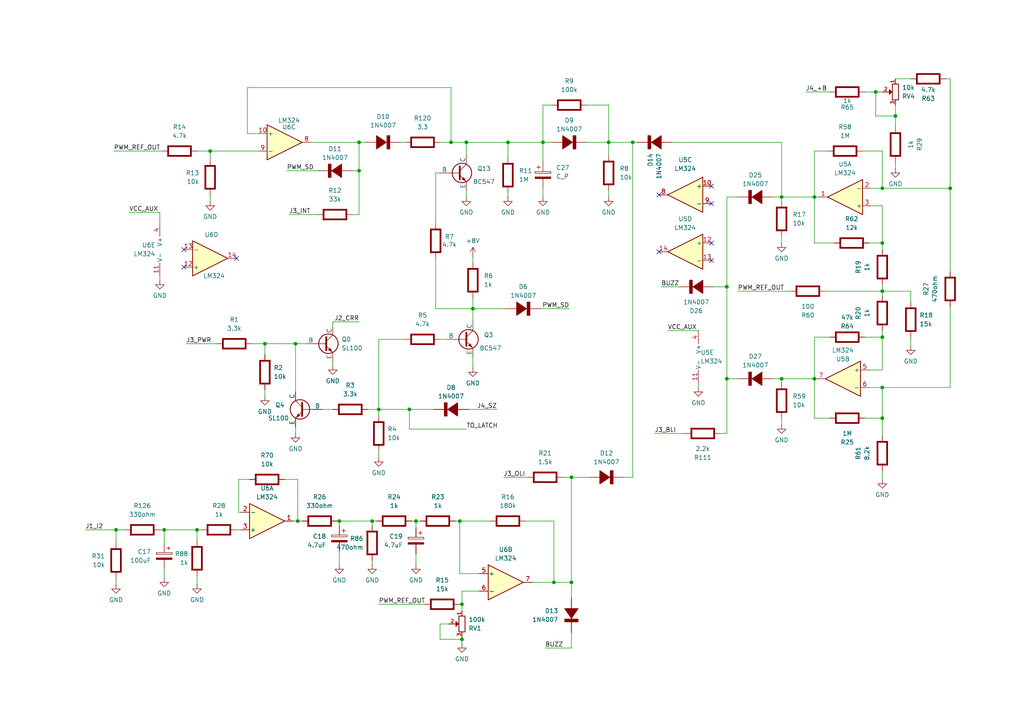
<source format=kicad_sch>
(kicad_sch (version 20250114) (generator "eeschema") (generator_version "9.0")
  (paper "A4")
  (lib_symbols
    (symbol "Amplifier_Operational:LM324" (pin_names (offset 0.127))
      (property "Reference" "U" (at 0 5.08 0))
      (property "Value" "LM324" (at 0 -5.08 0))
      (symbol "LM324_1_1"
        (polyline (pts (xy -5.08 5.08) (xy 5.08 0) (xy -5.08 -5.08) (xy -5.08 5.08)) (stroke (width 0.254)) (fill (type background)))
        (pin input line (at -7.62 2.54 0) (length 2.54) (name "+") (number "3"))
        (pin input line (at -7.62 -2.54 0) (length 2.54) (name "-") (number "2"))
        (pin output line (at 7.62 0 180) (length 2.54) (name "~") (number "1"))
      )
      (symbol "LM324_2_1"
        (polyline (pts (xy -5.08 5.08) (xy 5.08 0) (xy -5.08 -5.08) (xy -5.08 5.08)) (stroke (width 0.254)) (fill (type background)))
        (pin input line (at -7.62 2.54 0) (length 2.54) (name "+") (number "5"))
        (pin input line (at -7.62 -2.54 0) (length 2.54) (name "-") (number "6"))
        (pin output line (at 7.62 0 180) (length 2.54) (name "~") (number "7"))
      )
      (symbol "LM324_3_1"
        (polyline (pts (xy -5.08 5.08) (xy 5.08 0) (xy -5.08 -5.08) (xy -5.08 5.08)) (stroke (width 0.254)) (fill (type background)))
        (pin input line (at -7.62 2.54 0) (length 2.54) (name "+") (number "10"))
        (pin input line (at -7.62 -2.54 0) (length 2.54) (name "-") (number "9"))
        (pin output line (at 7.62 0 180) (length 2.54) (name "~") (number "8"))
      )
      (symbol "LM324_4_1"
        (polyline (pts (xy -5.08 5.08) (xy 5.08 0) (xy -5.08 -5.08) (xy -5.08 5.08)) (stroke (width 0.254)) (fill (type background)))
        (pin input line (at -7.62 2.54 0) (length 2.54) (name "+") (number "12"))
        (pin input line (at -7.62 -2.54 0) (length 2.54) (name "-") (number "13"))
        (pin output line (at 7.62 0 180) (length 2.54) (name "~") (number "14"))
      )
      (symbol "LM324_5_1"
        (pin power_in line (at -2.54 7.62 270) (length 3.81) (name "V+") (number "4"))
        (pin power_in line (at -2.54 -7.62 90) (length 3.81) (name "V-") (number "11"))
      )
    )
    (symbol "Device:C_Polarized" (pin_numbers (hide yes)) (pin_names (offset 0.254))
      (property "Reference" "C" (at 0.635 2.54 0))
      (property "Value" "C_Polarized" (at 0.635 -2.54 0))
      (symbol "C_Polarized_0_1"
        (rectangle (start -2.286 0.508) (end 2.286 1.016))
        (polyline (pts (xy -1.778 2.286) (xy -0.762 2.286)))
        (polyline (pts (xy -1.27 2.794) (xy -1.27 1.778)))
        (rectangle (start 2.286 -0.508) (end -2.286 -1.016) (fill (type outline)))
      )
      (symbol "C_Polarized_1_1"
        (pin passive line (at 0 3.81 270) (length 2.794) (name "~") (number "1"))
        (pin passive line (at 0 -3.81 90) (length 2.794) (name "~") (number "2"))
      )
    )
    (symbol "PCM_Elektuur:D" (pin_numbers (hide yes)) (pin_names (offset 0) (hide yes))
      (property "Reference" "D" (at 0.635 3.175 0))
      (property "Value" "${SIM.PARAMS}" (at 0.635 -3.175 0))
      (symbol "D_1_0"
        (pin passive line (at 0 5.08 270) (length 3.175) (name "A+") (number "2"))
        (pin passive line (at 0 -5.08 90) (length 3.175) (name "K-") (number "1"))
      )
      (symbol "D_1_1"
        (polyline (pts (xy -1.905 -1.905) (xy 1.905 -1.905) (xy 1.905 -1.143) (xy 0 -1.143) (xy 0 -0.889) (xy 1.905 1.905) (xy -1.905 1.905) (xy 0 -0.889) (xy 0 -1.143) (xy -1.905 -1.143) (xy -1.905 -1.905)) (stroke (width 0.254)) (fill (type outline)))
      )
      (symbol "D_1_2"
        (polyline (pts (xy -0.127 -1.905) (xy 1.905 -1.905) (xy 1.905 -1.143) (xy 0 -1.143) (xy 0 -0.889) (xy 1.905 1.905) (xy -0.0254 1.905) (xy -0.9652 0.5334) (xy 0 -0.889) (xy 0 -1.143) (xy -0.127 -1.143) (xy -0.127 -1.905)) (stroke (width 0.254)) (fill (type outline)))
      )
    )
    (symbol "PCM_Elektuur:R" (pin_numbers (hide yes)) (pin_names (offset 0) (hide yes))
      (property "Reference" "R" (at 2.54 3.175 0))
      (property "Value" "R" (at 0 0 90))
      (symbol "R_1_1"
        (polyline (pts (xy -1.524 -3.429) (xy 1.524 -3.429) (xy 1.524 3.429) (xy -1.524 3.429) (xy -1.524 -3.429) (xy -1.27 -3.175) (xy -1.27 3.175) (xy 1.27 3.175) (xy 1.27 -3.175) (xy -1.27 -3.175) (xy -1.524 -3.429)) (stroke (width 0.254)) (fill (type outline)))
        (pin passive line (at 0 5.08 270) (length 1.651) (name "+") (number "1"))
        (pin passive line (at 0 -5.08 90) (length 1.651) (name "-") (number "2"))
      )
      (symbol "R_1_2"
        (polyline (pts (xy -0.508 -3.429) (xy 1.524 -3.429) (xy 1.524 3.429) (xy -0.508 3.429) (xy -0.508 3.175) (xy 1.27 3.175) (xy 1.27 -3.175) (xy -0.508 -3.175) (xy -0.508 -3.429)) (stroke (width 0.254)) (fill (type outline)))
        (pin passive line (at 0 5.08 270) (length 1.651) (name "+") (number "1"))
        (pin passive line (at 0 -5.08 90) (length 1.651) (name "-") (number "2"))
      )
      (symbol "R_1_3"
        (polyline (pts (xy 0 3.4798) (xy 0 3.2004) (xy 0.7112 2.794) (xy -1.1938 1.6764) (xy 0.7112 0.5588) (xy -1.1938 -0.5588) (xy 0.7112 -1.6764) (xy -1.1938 -2.794) (xy 0 -3.4798) (xy 0 -3.2004) (xy -0.7112 -2.794) (xy 1.1938 -1.6764) (xy -0.7112 -0.5588) (xy 1.1938 0.5588) (xy -0.7112 1.6764) (xy 1.1938 2.794) (xy 0 3.4798)) (stroke (width 0.254)) (fill (type outline)))
        (pin passive line (at 0 5.08 270) (length 1.6002) (name "+") (number "1"))
        (pin passive line (at 0 -5.08 90) (length 1.6002) (name "-") (number "2"))
      )
      (symbol "R_1_4"
        (polyline (pts (xy 0 4.5466) (xy 0 4.2672) (xy 0.0508 4.2418) (xy 1.016 3.683) (xy -1.524 2.2098) (xy 1.016 0.7366) (xy -1.524 -0.7366) (xy 1.016 -2.2098) (xy -1.524 -3.683) (xy -0.0762 -4.5212) (xy 0 -4.5466) (xy 0 -4.2672) (xy -0.0508 -4.2418) (xy -1.016 -3.683) (xy 1.524 -2.2098) (xy -1.016 -0.7366) (xy 1.524 0.7366) (xy -1.016 2.2098) (xy 1.524 3.683) (xy 0.0762 4.5212) (xy 0 4.5466)) (stroke (width 0.254)) (fill (type outline)))
        (pin passive line (at 0 5.08 270) (length 0.5334) (name "+") (number "1"))
        (pin passive line (at 0 -5.08 90) (length 0.5334) (name "-") (number "2"))
      )
    )
    (symbol "PCM_SL_Devices:potentiometer_RM065"
      (property "Reference" "RV" (at 0 -2.032 0))
      (property "Value" "potentiometer_RM065" (at 0 -3.81 0))
      (symbol "potentiometer_RM065_0_1"
        (rectangle (start -2.286 0.889) (end 2.286 -0.889) (stroke (width 0.24)))
        (polyline (pts (xy 0 1.016) (xy 0.762 1.778) (xy -0.762 1.778) (xy 0 1.016)) (fill (type outline)))
      )
      (symbol "potentiometer_RM065_1_1"
        (pin passive line (at -3.81 0 0) (length 1.5) (name "~") (number "1"))
        (pin passive line (at 0 3.81 270) (length 2) (name "~") (number "2"))
        (pin passive line (at 3.81 0 180) (length 1.5) (name "~") (number "3"))
      )
    )
    (symbol "Simulation_SPICE:NPN" (pin_numbers (hide yes)) (pin_names (offset 0))
      (property "Reference" "Q" (at -2.54 7.62 0))
      (property "Value" "NPN" (at -2.54 5.08 0))
      (symbol "NPN_0_1"
        (polyline (pts (xy -2.54 0) (xy 0.635 0)) (stroke (width 0.1524)))
        (polyline (pts (xy 0.635 1.905) (xy 0.635 -1.905) (xy 0.635 -1.905)) (stroke (width 0.508)))
        (polyline (pts (xy 0.635 0.635) (xy 2.54 2.54)))
        (polyline (pts (xy 0.635 -0.635) (xy 2.54 -2.54) (xy 2.54 -2.54)))
        (circle (center 1.27 0) (radius 2.8194) (stroke (width 0.254)))
        (polyline (pts (xy 1.27 -1.778) (xy 1.778 -1.27) (xy 2.286 -2.286) (xy 1.27 -1.778) (xy 1.27 -1.778)) (fill (type outline)))
        (polyline (pts (xy 2.794 -1.27) (xy 2.794 -1.27)) (stroke (width 0.1524)))
        (polyline (pts (xy 2.794 -1.27) (xy 2.794 -1.27)) (stroke (width 0.1524)))
      )
      (symbol "NPN_1_1"
        (pin input line (at -5.08 0 0) (length 2.54) (name "B") (number "2"))
        (pin open_collector line (at 2.54 5.08 270) (length 2.54) (name "C") (number "1"))
        (pin open_emitter line (at 2.54 -5.08 90) (length 2.54) (name "E") (number "3"))
      )
    )
    (symbol "power:+8V" (power) (pin_numbers (hide yes)) (pin_names (offset 0) (hide yes))
      (property "Value" "+8V" (at 0 3.556 0))
      (symbol "+8V_0_1"
        (polyline (pts (xy -0.762 1.27) (xy 0 2.54)))
        (polyline (pts (xy 0 2.54) (xy 0.762 1.27)))
        (polyline (pts (xy 0 0) (xy 0 2.54)))
      )
      (symbol "+8V_1_1"
        (pin power_in line (at 0 0 90) (length 0) (name "~") (number "1"))
      )
    )
    (symbol "power:GND" (power) (pin_numbers (hide yes)) (pin_names (offset 0) (hide yes))
      (property "Value" "GND" (at 0 -3.81 0))
      (symbol "GND_0_1"
        (polyline (pts (xy 0 0) (xy 0 -1.27) (xy 1.27 -1.27) (xy 0 -2.54) (xy -1.27 -1.27) (xy 0 -1.27)))
      )
      (symbol "GND_1_1"
        (pin power_in line (at 0 0 270) (length 0) (name "~") (number "1"))
      )
    )
  )
  (junction (at 104.14 41.275))
  (junction (at 255.905 84.455))
  (junction (at 226.695 109.855))
  (junction (at 255.905 121.285))
  (junction (at 259.715 33.655))
  (junction (at 107.95 151.13))
  (junction (at 176.53 41.275))
  (junction (at 133.35 151.13))
  (junction (at 160.655 168.91))
  (junction (at 76.835 99.695))
  (junction (at 165.735 138.43))
  (junction (at 98.425 151.13))
  (junction (at 85.725 99.695))
  (junction (at 255.905 112.395))
  (junction (at 47.625 153.67))
  (junction (at 133.985 185.42))
  (junction (at 255.905 70.485))
  (junction (at 135.255 41.275))
  (junction (at 60.96 43.815))
  (junction (at 133.985 175.26))
  (junction (at 33.655 153.67))
  (junction (at 210.82 83.185))
  (junction (at 104.14 49.53))
  (junction (at 137.16 89.535))
  (junction (at 275.59 54.61))
  (junction (at 183.515 41.275))
  (junction (at 226.695 57.15))
  (junction (at 120.65 151.13))
  (junction (at 236.22 109.855))
  (junction (at 57.15 153.67))
  (junction (at 255.905 97.79))
  (junction (at 147.32 41.275))
  (junction (at 254 26.67))
  (junction (at 157.48 41.275))
  (junction (at 236.22 57.15))
  (junction (at 130.81 41.275))
  (junction (at 210.82 109.855))
  (junction (at 109.855 118.745))
  (junction (at 86.36 151.13))
  (junction (at 255.905 54.61))
  (junction (at 118.745 118.745))
  (junction (at 165.735 168.91))
  (no_connect (at 206.375 70.485))
  (no_connect (at 206.375 75.565))
  (no_connect (at 206.375 53.975))
  (no_connect (at 191.135 73.025))
  (no_connect (at 53.34 77.47))
  (no_connect (at 206.375 59.055))
  (no_connect (at 53.34 72.39))
  (no_connect (at 68.58 74.93))
  (no_connect (at 191.135 56.515))
  (wire (pts (xy 226.695 109.855) (xy 226.695 111.125)))
  (wire (pts (xy 147.32 55.88) (xy 147.32 57.15)))
  (wire (pts (xy 135.255 41.275) (xy 135.255 45.085)))
  (wire (pts (xy 176.53 30.48) (xy 176.53 41.275)))
  (wire (pts (xy 165.735 138.43) (xy 163.195 138.43)))
  (wire (pts (xy 133.35 151.13) (xy 133.35 166.37)))
  (wire (pts (xy 133.985 185.42) (xy 133.985 186.69)))
  (wire (pts (xy 126.365 74.93) (xy 126.365 89.535)))
  (wire (pts (xy 226.695 57.15) (xy 226.695 58.42)))
  (wire (pts (xy 239.395 84.455) (xy 255.905 84.455)))
  (wire (pts (xy 33.655 153.67) (xy 24.765 153.67)))
  (wire (pts (xy 240.665 97.79) (xy 236.22 97.79)))
  (wire (pts (xy 176.53 55.245) (xy 176.53 57.15)))
  (wire (pts (xy 62.865 99.695) (xy 53.975 99.695)))
  (wire (pts (xy 109.855 120.65) (xy 109.855 118.745)))
  (wire (pts (xy 275.59 88.9) (xy 275.59 112.395)))
  (wire (pts (xy 86.36 151.13) (xy 85.09 151.13)))
  (wire (pts (xy 107.95 152.4) (xy 107.95 151.13)))
  (wire (pts (xy 255.905 70.485) (xy 255.905 72.39)))
  (wire (pts (xy 259.715 46.99) (xy 259.715 48.895)))
  (wire (pts (xy 183.515 41.275) (xy 183.515 138.43)))
  (wire (pts (xy 120.65 160.655) (xy 120.65 163.83)))
  (wire (pts (xy 104.14 93.345) (xy 96.52 93.345)))
  (wire (pts (xy 252.095 70.485) (xy 255.905 70.485)))
  (wire (pts (xy 85.725 99.695) (xy 76.835 99.695)))
  (wire (pts (xy 133.985 175.26) (xy 133.985 177.165)))
  (wire (pts (xy 98.425 151.13) (xy 98.425 152.4)))
  (wire (pts (xy 69.85 153.67) (xy 68.58 153.67)))
  (wire (pts (xy 120.65 151.13) (xy 120.65 153.035)))
  (wire (pts (xy 133.985 175.26) (xy 133.985 171.45)))
  (wire (pts (xy 157.48 41.275) (xy 160.02 41.275)))
  (wire (pts (xy 87.63 151.13) (xy 86.36 151.13)))
  (wire (pts (xy 88.9 99.695) (xy 85.725 99.695)))
  (wire (pts (xy 255.905 54.61) (xy 255.905 43.815)))
  (wire (pts (xy 236.22 97.79) (xy 236.22 109.855)))
  (wire (pts (xy 46.355 80.01) (xy 46.355 81.28)))
  (wire (pts (xy 96.52 93.345) (xy 96.52 94.615)))
  (wire (pts (xy 135.89 118.745) (xy 144.145 118.745)))
  (wire (pts (xy 236.22 70.485) (xy 236.22 57.15)))
  (wire (pts (xy 69.215 148.59) (xy 69.85 148.59)))
  (wire (pts (xy 72.39 139.065) (xy 69.215 139.065)))
  (wire (pts (xy 60.96 43.815) (xy 60.96 46.355)))
  (wire (pts (xy 74.93 38.735) (xy 71.755 38.735)))
  (wire (pts (xy 102.235 62.23) (xy 104.14 62.23)))
  (wire (pts (xy 254 26.67) (xy 255.905 26.67)))
  (wire (pts (xy 255.905 107.315) (xy 255.905 97.79)))
  (wire (pts (xy 226.695 57.15) (xy 236.22 57.15)))
  (wire (pts (xy 46.355 61.595) (xy 37.465 61.595)))
  (wire (pts (xy 132.08 151.13) (xy 133.35 151.13)))
  (wire (pts (xy 157.48 46.99) (xy 157.48 41.275)))
  (wire (pts (xy 107.95 162.56) (xy 107.95 163.83)))
  (wire (pts (xy 274.32 22.86) (xy 275.59 22.86)))
  (wire (pts (xy 275.59 22.86) (xy 275.59 54.61)))
  (wire (pts (xy 82.55 139.065) (xy 86.36 139.065)))
  (wire (pts (xy 165.735 183.515) (xy 165.735 187.96)))
  (wire (pts (xy 170.815 138.43) (xy 165.735 138.43)))
  (wire (pts (xy 147.32 41.275) (xy 147.32 45.72)))
  (wire (pts (xy 76.835 99.695) (xy 73.025 99.695)))
  (wire (pts (xy 259.715 33.655) (xy 259.715 36.83)))
  (wire (pts (xy 240.665 121.285) (xy 236.22 121.285)))
  (wire (pts (xy 130.81 41.275) (xy 135.255 41.275)))
  (wire (pts (xy 117.475 98.425) (xy 109.855 98.425)))
  (wire (pts (xy 57.15 156.845) (xy 57.15 153.67)))
  (wire (pts (xy 180.975 138.43) (xy 183.515 138.43)))
  (wire (pts (xy 33.655 157.48) (xy 33.655 153.67)))
  (wire (pts (xy 135.255 55.245) (xy 135.255 57.15)))
  (wire (pts (xy 170.18 41.275) (xy 176.53 41.275)))
  (wire (pts (xy 226.695 109.855) (xy 236.22 109.855)))
  (wire (pts (xy 104.14 41.275) (xy 106.045 41.275)))
  (wire (pts (xy 275.59 54.61) (xy 255.905 54.61)))
  (wire (pts (xy 127.635 185.42) (xy 133.985 185.42)))
  (wire (pts (xy 176.53 45.085) (xy 176.53 41.275)))
  (wire (pts (xy 157.48 30.48) (xy 157.48 41.275)))
  (wire (pts (xy 213.995 57.15) (xy 210.82 57.15)))
  (wire (pts (xy 60.96 56.515) (xy 60.96 58.42)))
  (wire (pts (xy 255.905 59.69) (xy 252.73 59.69)))
  (wire (pts (xy 98.425 151.13) (xy 97.79 151.13)))
  (wire (pts (xy 76.835 99.695) (xy 76.835 102.87)))
  (wire (pts (xy 130.175 180.975) (xy 127.635 180.975)))
  (wire (pts (xy 85.725 99.695) (xy 85.725 113.665)))
  (wire (pts (xy 252.095 107.315) (xy 255.905 107.315)))
  (wire (pts (xy 275.59 112.395) (xy 255.905 112.395)))
  (wire (pts (xy 133.985 185.42) (xy 133.985 184.785)))
  (wire (pts (xy 255.905 112.395) (xy 252.095 112.395)))
  (wire (pts (xy 137.16 89.535) (xy 146.685 89.535)))
  (wire (pts (xy 125.73 118.745) (xy 118.745 118.745)))
  (wire (pts (xy 252.73 54.61) (xy 255.905 54.61)))
  (wire (pts (xy 259.715 30.48) (xy 259.715 33.655)))
  (wire (pts (xy 250.19 43.815) (xy 255.905 43.815)))
  (wire (pts (xy 137.16 86.36) (xy 137.16 89.535)))
  (wire (pts (xy 137.16 103.505) (xy 137.16 106.68)))
  (wire (pts (xy 126.365 89.535) (xy 137.16 89.535)))
  (wire (pts (xy 107.95 151.13) (xy 109.22 151.13)))
  (wire (pts (xy 236.22 43.815) (xy 236.22 57.15)))
  (wire (pts (xy 120.65 151.13) (xy 119.38 151.13)))
  (wire (pts (xy 196.85 83.185) (xy 191.77 83.185)))
  (wire (pts (xy 183.515 41.275) (xy 176.53 41.275)))
  (wire (pts (xy 165.735 168.91) (xy 165.735 173.355)))
  (wire (pts (xy 236.22 109.855) (xy 236.22 121.285)))
  (wire (pts (xy 236.22 43.815) (xy 240.03 43.815)))
  (wire (pts (xy 165.735 187.96) (xy 158.115 187.96)))
  (wire (pts (xy 92.075 62.23) (xy 83.82 62.23)))
  (wire (pts (xy 255.905 70.485) (xy 255.905 59.69)))
  (wire (pts (xy 255.905 84.455) (xy 255.905 85.725)))
  (wire (pts (xy 127.635 180.975) (xy 127.635 185.42)))
  (wire (pts (xy 126.365 64.77) (xy 126.365 50.165)))
  (wire (pts (xy 250.825 97.79) (xy 255.905 97.79)))
  (wire (pts (xy 76.835 113.03) (xy 76.835 114.935)))
  (wire (pts (xy 33.655 167.64) (xy 33.655 169.545)))
  (wire (pts (xy 240.665 26.67) (xy 233.68 26.67)))
  (wire (pts (xy 160.655 168.91) (xy 154.305 168.91)))
  (wire (pts (xy 241.935 70.485) (xy 236.22 70.485)))
  (wire (pts (xy 250.825 121.285) (xy 255.905 121.285)))
  (wire (pts (xy 47.625 165.1) (xy 47.625 167.64)))
  (wire (pts (xy 137.16 89.535) (xy 137.16 93.345)))
  (wire (pts (xy 127.635 98.425) (xy 129.54 98.425)))
  (wire (pts (xy 57.15 153.67) (xy 58.42 153.67)))
  (wire (pts (xy 69.215 139.065) (xy 69.215 148.59)))
  (wire (pts (xy 264.16 97.79) (xy 264.16 100.33)))
  (wire (pts (xy 183.515 41.275) (xy 184.785 41.275)))
  (wire (pts (xy 226.695 68.58) (xy 226.695 70.485)))
  (wire (pts (xy 118.745 118.745) (xy 118.745 124.46)))
  (wire (pts (xy 207.01 83.185) (xy 210.82 83.185)))
  (wire (pts (xy 202.565 111.125) (xy 202.565 112.395)))
  (wire (pts (xy 71.755 38.735) (xy 71.755 25.4)))
  (wire (pts (xy 259.715 22.86) (xy 264.16 22.86)))
  (wire (pts (xy 133.35 166.37) (xy 139.065 166.37)))
  (wire (pts (xy 123.19 175.26) (xy 109.855 175.26)))
  (wire (pts (xy 165.735 168.91) (xy 160.655 168.91)))
  (wire (pts (xy 92.075 49.53) (xy 83.185 49.53)))
  (wire (pts (xy 85.725 123.825) (xy 85.725 125.73)))
  (wire (pts (xy 137.16 74.295) (xy 137.16 76.2)))
  (wire (pts (xy 33.02 43.815) (xy 46.99 43.815)))
  (wire (pts (xy 147.32 41.275) (xy 157.48 41.275)))
  (wire (pts (xy 259.715 33.655) (xy 254 33.655)))
  (wire (pts (xy 160.02 30.48) (xy 157.48 30.48)))
  (wire (pts (xy 98.425 151.13) (xy 107.95 151.13)))
  (wire (pts (xy 213.995 109.855) (xy 210.82 109.855)))
  (wire (pts (xy 142.24 151.13) (xy 133.35 151.13)))
  (wire (pts (xy 130.81 25.4) (xy 130.81 41.275)))
  (wire (pts (xy 109.855 118.745) (xy 106.68 118.745)))
  (wire (pts (xy 210.82 83.185) (xy 210.82 109.855)))
  (wire (pts (xy 157.48 54.61) (xy 157.48 57.15)))
  (wire (pts (xy 210.82 125.73) (xy 210.82 109.855)))
  (wire (pts (xy 109.855 130.81) (xy 109.855 132.715)))
  (wire (pts (xy 47.625 153.67) (xy 57.15 153.67)))
  (wire (pts (xy 254 33.655) (xy 254 26.67)))
  (wire (pts (xy 57.15 167.005) (xy 57.15 169.545)))
  (wire (pts (xy 255.905 121.285) (xy 255.905 126.365)))
  (wire (pts (xy 86.36 139.065) (xy 86.36 151.13)))
  (wire (pts (xy 60.96 43.815) (xy 57.15 43.815)))
  (wire (pts (xy 133.985 175.26) (xy 133.35 175.26)))
  (wire (pts (xy 170.18 30.48) (xy 176.53 30.48)))
  (wire (pts (xy 109.855 118.745) (xy 118.745 118.745)))
  (wire (pts (xy 226.695 41.275) (xy 226.695 57.15)))
  (wire (pts (xy 109.855 98.425) (xy 109.855 118.745)))
  (wire (pts (xy 160.655 151.13) (xy 160.655 168.91)))
  (wire (pts (xy 46.355 64.77) (xy 46.355 61.595)))
  (wire (pts (xy 104.14 62.23) (xy 104.14 49.53)))
  (wire (pts (xy 210.82 57.15) (xy 210.82 83.185)))
  (wire (pts (xy 104.14 49.53) (xy 104.14 41.275)))
  (wire (pts (xy 189.865 125.73) (xy 198.755 125.73)))
  (wire (pts (xy 224.155 109.855) (xy 226.695 109.855)))
  (wire (pts (xy 156.845 89.535) (xy 165.1 89.535)))
  (wire (pts (xy 71.755 25.4) (xy 130.81 25.4)))
  (wire (pts (xy 74.93 43.815) (xy 60.96 43.815)))
  (wire (pts (xy 254 26.67) (xy 250.825 26.67)))
  (wire (pts (xy 135.255 41.275) (xy 147.32 41.275)))
  (wire (pts (xy 47.625 153.67) (xy 46.355 153.67)))
  (wire (pts (xy 213.995 84.455) (xy 229.235 84.455)))
  (wire (pts (xy 153.035 138.43) (xy 146.05 138.43)))
  (wire (pts (xy 127.635 41.275) (xy 130.81 41.275)))
  (wire (pts (xy 93.345 118.745) (xy 96.52 118.745)))
  (wire (pts (xy 133.985 171.45) (xy 139.065 171.45)))
  (wire (pts (xy 255.905 112.395) (xy 255.905 121.285)))
  (wire (pts (xy 226.695 121.285) (xy 226.695 123.19)))
  (wire (pts (xy 104.14 41.275) (xy 90.17 41.275)))
  (wire (pts (xy 126.365 50.165) (xy 127.635 50.165)))
  (wire (pts (xy 224.155 57.15) (xy 226.695 57.15)))
  (wire (pts (xy 236.22 109.855) (xy 236.855 109.855)))
  (wire (pts (xy 33.655 153.67) (xy 36.195 153.67)))
  (wire (pts (xy 47.625 157.48) (xy 47.625 153.67)))
  (wire (pts (xy 255.905 136.525) (xy 255.905 139.065)))
  (wire (pts (xy 152.4 151.13) (xy 160.655 151.13)))
  (wire (pts (xy 96.52 104.775) (xy 96.52 106.045)))
  (wire (pts (xy 194.945 41.275) (xy 226.695 41.275)))
  (wire (pts (xy 118.745 124.46) (xy 135.255 124.46)))
  (wire (pts (xy 165.735 138.43) (xy 165.735 168.91)))
  (wire (pts (xy 193.675 95.885) (xy 202.565 95.885)))
  (wire (pts (xy 117.475 41.275) (xy 116.205 41.275)))
  (wire (pts (xy 264.16 84.455) (xy 255.905 84.455)))
  (wire (pts (xy 255.905 82.55) (xy 255.905 84.455)))
  (wire (pts (xy 275.59 78.74) (xy 275.59 54.61)))
  (wire (pts (xy 208.915 125.73) (xy 210.82 125.73)))
  (wire (pts (xy 236.22 57.15) (xy 237.49 57.15)))
  (wire (pts (xy 104.14 49.53) (xy 102.235 49.53)))
  (wire (pts (xy 255.905 95.885) (xy 255.905 97.79)))
  (wire (pts (xy 98.425 160.02) (xy 98.425 163.83)))
  (wire (pts (xy 121.92 151.13) (xy 120.65 151.13)))
  (wire (pts (xy 264.16 84.455) (xy 264.16 87.63)))
  (label "J2_CRR" (at 104.14 93.345 180))
  (label "J3_PWR" (at 53.975 99.695 0))
  (label "J1_I2" (at 24.765 153.67 0))
  (label "BUZZ" (at 191.77 83.185 0))
  (label "BUZZ" (at 158.115 187.96 0))
  (label "TO_LATCH" (at 135.255 124.46 0))
  (label "PWM_REF_OUT" (at 33.02 43.815 0))
  (label "PWM_REF_OUT" (at 213.995 84.455 0))
  (label "J3_BLI" (at 189.865 125.73 0))
  (label "J3_OLI" (at 146.05 138.43 0))
  (label "J4_SZ" (at 144.145 118.745 180))
  (label "J4_+B" (at 233.68 26.67 0))
  (label "VCC_AUX" (at 193.675 95.885 0))
  (label "J3_INT" (at 83.82 62.23 0))
  (label "PWM_REF_OUT" (at 109.855 175.26 0))
  (label "VCC_AUX" (at 37.465 61.595 0))
  (label "PWM_SD" (at 165.1 89.535 180))
  (label "PWM_SD" (at 83.185 49.53 0))
  (symbol (lib_id "PCM_Elektuur:R") (at 176.53 50.165 180) (unit 1)
    (property "Reference" "R8" (at 179.705 48.8949 0) (effects (justify right)))
    (property "Value" "10k" (at 179.705 51.4349 0) (effects (justify right)))
    (property "Description" "resistor" (effects (hide yes)))
    (property "Indicator" "+" (effects (hide yes)))
    (property "Rating" "W" (effects (hide yes)))
  )
  (symbol (lib_id "Amplifier_Operational:LM324") (at 245.11 57.15 180) (unit 1)
    (property "Reference" "U5" (at 245.11 47.625 0))
    (property "Value" "LM324" (at 245.11 50.165 0))
    (property "Datasheet" "http://www.ti.com/lit/ds/symlink/lm2902-n.pdf" (effects (hide yes)))
    (property "Description" "Low-Power, Quad-Operational Amplifiers, DIP-14/SOIC-14/SSOP-14" (effects (hide yes)))
  )
  (symbol (lib_id "Simulation_SPICE:NPN") (at 132.715 50.165 0) (unit 1)
    (property "Reference" "Q13" (at 138.43 48.8949 0) (effects (justify left)))
    (property "Value" "BC547" (at 137.16 52.705 0) (effects (justify left)))
    (property "Datasheet" "https://ngspice.sourceforge.io/docs/ngspice-html-manual/manual.xhtml#cha_BJTs" (effects (hide yes)))
    (property "Description" "Bipolar transistor symbol for simulation only, substrate tied to the emitter" (effects (hide yes)))
    (property "Sim.Device" "NPN" (effects (hide yes)))
    (property "Sim.Type" "GUMMELPOON" (effects (hide yes)))
    (property "Sim.Pins" "1=C 2=B 3=E" (effects (hide yes)))
  )
  (symbol (lib_id "PCM_Elektuur:R") (at 109.855 125.73 180) (unit 1)
    (property "Reference" "R4" (at 112.395 124.4599 0) (effects (justify right)))
    (property "Value" "10k" (at 112.395 126.9999 0) (effects (justify right)))
    (property "Description" "resistor" (effects (hide yes)))
    (property "Indicator" "+" (effects (hide yes)))
    (property "Rating" "W" (effects (hide yes)))
  )
  (symbol (lib_id "power:GND") (at 255.905 139.065 0) (mirror y) (unit 1)
    (property "Reference" "#PWR054" (effects (hide yes)))
    (property "Value" "GND" (at 255.905 143.51 0))
    (property "Description" "Power symbol creates a global label with name \"GND\" , ground" (effects (hide yes)))
  )
  (symbol (lib_id "power:GND") (at 47.625 167.64 0) (mirror y) (unit 1)
    (property "Reference" "#PWR026" (effects (hide yes)))
    (property "Value" "GND" (at 47.625 172.085 0))
    (property "Description" "Power symbol creates a global label with name \"GND\" , ground" (effects (hide yes)))
  )
  (symbol (lib_id "Simulation_SPICE:NPN") (at 134.62 98.425 0) (unit 1)
    (property "Reference" "Q3" (at 140.335 97.1549 0) (effects (justify left)))
    (property "Value" "BC547" (at 139.065 100.965 0) (effects (justify left)))
    (property "Datasheet" "https://ngspice.sourceforge.io/docs/ngspice-html-manual/manual.xhtml#cha_BJTs" (effects (hide yes)))
    (property "Description" "Bipolar transistor symbol for simulation only, substrate tied to the emitter" (effects (hide yes)))
    (property "Sim.Device" "NPN" (effects (hide yes)))
    (property "Sim.Type" "GUMMELPOON" (effects (hide yes)))
    (property "Sim.Pins" "1=C 2=B 3=E" (effects (hide yes)))
  )
  (symbol (lib_id "PCM_Elektuur:D") (at 189.865 41.275 270) (mirror x) (unit 1)
    (property "Reference" "D14" (at 188.5949 44.45 0) (effects (justify right)))
    (property "Value" "1N4007" (at 191.1349 44.45 0) (effects (justify right)))
    (property "Description" "semiconductor diode" (effects (hide yes)))
    (property "Sim.Pins" "2=1 1=2" (effects (hide yes)))
    (property "Sim.Device" "SPICE" (effects (hide yes)))
    (property "Sim.Params" "type=\"\" model=\"D\" lib=\"semiconductor.lib\"" (effects (hide yes)))
    (property "Rating" "V/A" (effects (hide yes)))
  )
  (symbol (lib_id "PCM_SL_Devices:potentiometer_RM065") (at 259.715 26.67 90) (mirror x) (unit 1)
    (property "Reference" "RV4" (at 261.62 27.9401 90) (effects (justify right)))
    (property "Value" "10k" (at 261.62 25.4001 90) (effects (justify right)))
    (property "Footprint" "PCM_SL_Devices:Potentiometer_RM065" (effects (hide yes)))
    (property "Description" "potentiometer RM065" (effects (hide yes)))
  )
  (symbol (lib_id "Amplifier_Operational:LM324") (at 198.755 56.515 0) (mirror y) (unit 3)
    (property "Reference" "U5" (at 198.755 46.355 0))
    (property "Value" "LM324" (at 198.755 48.895 0))
    (property "Datasheet" "http://www.ti.com/lit/ds/symlink/lm2902-n.pdf" (effects (hide yes)))
    (property "Description" "Low-Power, Quad-Operational Amplifiers, DIP-14/SOIC-14/SSOP-14" (effects (hide yes)))
  )
  (symbol (lib_id "power:GND") (at 60.96 58.42 0) (mirror y) (unit 1)
    (property "Reference" "#PWR018" (effects (hide yes)))
    (property "Value" "GND" (at 60.96 62.865 0))
    (property "Description" "Power symbol creates a global label with name \"GND\" , ground" (effects (hide yes)))
  )
  (symbol (lib_id "power:GND") (at 264.16 100.33 0) (unit 1)
    (property "Reference" "#PWR020" (effects (hide yes)))
    (property "Value" "GND" (at 264.16 104.775 0))
    (property "Description" "Power symbol creates a global label with name \"GND\" , ground" (effects (hide yes)))
  )
  (symbol (lib_id "PCM_Elektuur:R") (at 97.155 62.23 270) (mirror x) (unit 1)
    (property "Reference" "R12" (at 97.155 55.245 90))
    (property "Value" "33k" (at 97.155 57.785 90))
    (property "Description" "resistor" (effects (hide yes)))
    (property "Indicator" "+" (effects (hide yes)))
    (property "Rating" "W" (effects (hide yes)))
  )
  (symbol (lib_id "power:GND") (at 46.355 81.28 0) (mirror y) (unit 1)
    (property "Reference" "#PWR013" (effects (hide yes)))
    (property "Value" "GND" (at 46.355 85.725 0))
    (property "Description" "Power symbol creates a global label with name \"GND\" , ground" (effects (hide yes)))
  )
  (symbol (lib_id "PCM_Elektuur:R") (at 147.32 50.8 180) (unit 1)
    (property "Reference" "R11" (at 150.495 49.5299 0) (effects (justify right)))
    (property "Value" "1M" (at 150.495 52.0699 0) (effects (justify right)))
    (property "Description" "resistor" (effects (hide yes)))
    (property "Indicator" "+" (effects (hide yes)))
    (property "Rating" "W" (effects (hide yes)))
  )
  (symbol (lib_id "PCM_Elektuur:D") (at 165.735 178.435 0) (unit 1)
    (property "Reference" "D13" (at 161.925 177.1649 0) (effects (justify right)))
    (property "Value" "1N4007" (at 161.925 179.7049 0) (effects (justify right)))
    (property "Description" "semiconductor diode" (effects (hide yes)))
    (property "Sim.Pins" "2=1 1=2" (effects (hide yes)))
    (property "Sim.Device" "SPICE" (effects (hide yes)))
    (property "Sim.Params" "type=\"\" model=\"D\" lib=\"semiconductor.lib\"" (effects (hide yes)))
    (property "Rating" "V/A" (effects (hide yes)))
  )
  (symbol (lib_id "PCM_Elektuur:R") (at 137.16 81.28 180) (unit 1)
    (property "Reference" "R6" (at 140.335 80.0099 0) (effects (justify right)))
    (property "Value" "1k" (at 140.335 82.5499 0) (effects (justify right)))
    (property "Description" "resistor" (effects (hide yes)))
    (property "Indicator" "+" (effects (hide yes)))
    (property "Rating" "W" (effects (hide yes)))
  )
  (symbol (lib_id "Amplifier_Operational:LM324") (at 60.96 74.93 0) (mirror x) (unit 4)
    (property "Reference" "U6" (at 61.341 68.072 0))
    (property "Value" "LM324" (at 62.103 80.01 0))
    (property "Datasheet" "http://www.ti.com/lit/ds/symlink/lm2902-n.pdf" (effects (hide yes)))
    (property "Description" "Low-Power, Quad-Operational Amplifiers, DIP-14/SOIC-14/SSOP-14" (effects (hide yes)))
  )
  (symbol (lib_id "PCM_SL_Devices:potentiometer_RM065") (at 133.985 180.975 90) (mirror x) (unit 1)
    (property "Reference" "RV1" (at 135.89 182.2451 90) (effects (justify right)))
    (property "Value" "100k" (at 135.89 179.7051 90) (effects (justify right)))
    (property "Footprint" "PCM_SL_Devices:Potentiometer_RM065" (effects (hide yes)))
    (property "Description" "potentiometer RM065" (effects (hide yes)))
  )
  (symbol (lib_id "power:GND") (at 147.32 57.15 0) (unit 1)
    (property "Reference" "#PWR017" (effects (hide yes)))
    (property "Value" "GND" (at 147.32 61.595 0))
    (property "Description" "Power symbol creates a global label with name \"GND\" , ground" (effects (hide yes)))
  )
  (symbol (lib_id "PCM_Elektuur:R") (at 259.715 41.91 0) (unit 1)
    (property "Reference" "R29" (at 266.7 41.91 90))
    (property "Value" "1k" (at 264.16 41.91 90))
    (property "Description" "resistor" (effects (hide yes)))
    (property "Indicator" "+" (effects (hide yes)))
    (property "Rating" "W" (effects (hide yes)))
  )
  (symbol (lib_id "Simulation_SPICE:NPN") (at 88.265 118.745 0) (mirror y) (unit 1)
    (property "Reference" "Q4" (at 82.55 117.4749 0) (effects (justify left)))
    (property "Value" "SL100" (at 83.82 121.285 0) (effects (justify left)))
    (property "Datasheet" "https://ngspice.sourceforge.io/docs/ngspice-html-manual/manual.xhtml#cha_BJTs" (effects (hide yes)))
    (property "Description" "Bipolar transistor symbol for simulation only, substrate tied to the emitter" (effects (hide yes)))
    (property "Sim.Device" "NPN" (effects (hide yes)))
    (property "Sim.Type" "GUMMELPOON" (effects (hide yes)))
    (property "Sim.Pins" "1=C 2=B 3=E" (effects (hide yes)))
  )
  (symbol (lib_id "PCM_Elektuur:R") (at 128.27 175.26 90) (unit 1)
    (property "Reference" "R15" (at 128.27 168.275 90))
    (property "Value" "15k" (at 128.27 170.815 90))
    (property "Description" "resistor" (effects (hide yes)))
    (property "Indicator" "+" (effects (hide yes)))
    (property "Rating" "W" (effects (hide yes)))
  )
  (symbol (lib_id "PCM_Elektuur:R") (at 57.15 161.925 0) (mirror x) (unit 1)
    (property "Reference" "R88" (at 54.61 160.6549 0) (effects (justify right)))
    (property "Value" "1k" (at 54.61 163.1949 0) (effects (justify right)))
    (property "Description" "resistor" (effects (hide yes)))
    (property "Indicator" "+" (effects (hide yes)))
    (property "Rating" "W" (effects (hide yes)))
  )
  (symbol (lib_id "PCM_Elektuur:D") (at 201.93 83.185 270) (mirror x) (unit 1)
    (property "Reference" "D26" (at 201.93 90.17 90))
    (property "Value" "1N4007" (at 201.93 87.63 90))
    (property "Description" "semiconductor diode" (effects (hide yes)))
    (property "Sim.Pins" "2=1 1=2" (effects (hide yes)))
    (property "Sim.Device" "SPICE" (effects (hide yes)))
    (property "Sim.Params" "type=\"\" model=\"D\" lib=\"semiconductor.lib\"" (effects (hide yes)))
    (property "Rating" "V/A" (effects (hide yes)))
  )
  (symbol (lib_id "PCM_Elektuur:R") (at 264.16 92.71 180) (unit 1)
    (property "Reference" "R18" (at 266.7 91.4399 0) (effects (justify right)))
    (property "Value" "15k" (at 266.7 93.9799 0) (effects (justify right)))
    (property "Description" "resistor" (effects (hide yes)))
    (property "Indicator" "+" (effects (hide yes)))
    (property "Rating" "W" (effects (hide yes)))
  )
  (symbol (lib_id "PCM_Elektuur:R") (at 245.745 26.67 270) (mirror x) (unit 1)
    (property "Reference" "R65" (at 245.745 31.115 90))
    (property "Value" "1k" (at 245.745 29.21 90))
    (property "Description" "resistor" (effects (hide yes)))
    (property "Indicator" "+" (effects (hide yes)))
    (property "Rating" "W" (effects (hide yes)))
  )
  (symbol (lib_id "power:GND") (at 133.985 186.69 0) (unit 1)
    (property "Reference" "#PWR019" (effects (hide yes)))
    (property "Value" "GND" (at 133.985 191.135 0))
    (property "Description" "Power symbol creates a global label with name \"GND\" , ground" (effects (hide yes)))
  )
  (symbol (lib_id "Device:C_Polarized") (at 47.625 161.29 0) (mirror y) (unit 1)
    (property "Reference" "C17" (at 43.815 160.02 0) (effects (justify left)))
    (property "Value" "100uF" (at 43.815 162.56 0) (effects (justify left)))
    (property "Description" "Polarized capacitor" (effects (hide yes)))
  )
  (symbol (lib_id "PCM_Elektuur:R") (at 275.59 83.82 180) (unit 1)
    (property "Reference" "R27" (at 268.605 83.82 90))
    (property "Value" "470ohm" (at 271.145 83.82 90))
    (property "Description" "resistor" (effects (hide yes)))
    (property "Indicator" "+" (effects (hide yes)))
    (property "Rating" "W" (effects (hide yes)))
  )
  (symbol (lib_id "Device:C_Polarized") (at 157.48 50.8 0) (unit 1)
    (property "Reference" "C27" (at 161.29 48.6409 0) (effects (justify left)))
    (property "Value" "C_P" (at 161.29 51.1809 0) (effects (justify left)))
    (property "Description" "Polarized capacitor" (effects (hide yes)))
  )
  (symbol (lib_id "Device:C_Polarized") (at 120.65 156.845 0) (mirror y) (unit 1)
    (property "Reference" "C19" (at 116.84 155.575 0) (effects (justify left)))
    (property "Value" "4.7uF" (at 116.84 158.115 0) (effects (justify left)))
    (property "Description" "Polarized capacitor" (effects (hide yes)))
  )
  (symbol (lib_id "power:GND") (at 33.655 169.545 0) (mirror y) (unit 1)
    (property "Reference" "#PWR027" (effects (hide yes)))
    (property "Value" "GND" (at 33.655 173.99 0))
    (property "Description" "Power symbol creates a global label with name \"GND\" , ground" (effects (hide yes)))
  )
  (symbol (lib_id "power:GND") (at 109.855 132.715 0) (unit 1)
    (property "Reference" "#PWR08" (effects (hide yes)))
    (property "Value" "GND" (at 109.855 137.16 0))
    (property "Description" "Power symbol creates a global label with name \"GND\" , ground" (effects (hide yes)))
  )
  (symbol (lib_id "PCM_Elektuur:R") (at 245.745 121.285 270) (unit 1)
    (property "Reference" "R25" (at 245.745 128.27 90))
    (property "Value" "1M" (at 245.745 125.73 90))
    (property "Description" "resistor" (effects (hide yes)))
    (property "Indicator" "+" (effects (hide yes)))
    (property "Rating" "W" (effects (hide yes)))
  )
  (symbol (lib_id "Amplifier_Operational:LM324") (at 82.55 41.275 0) (unit 3)
    (property "Reference" "U6" (at 83.82 36.83 0))
    (property "Value" "LM324" (at 83.82 34.925 0))
    (property "Datasheet" "http://www.ti.com/lit/ds/symlink/lm2902-n.pdf" (effects (hide yes)))
    (property "Description" "Low-Power, Quad-Operational Amplifiers, DIP-14/SOIC-14/SSOP-14" (effects (hide yes)))
  )
  (symbol (lib_id "power:GND") (at 226.695 123.19 0) (unit 1)
    (property "Reference" "#PWR053" (effects (hide yes)))
    (property "Value" "GND" (at 226.695 127.635 0))
    (property "Description" "Power symbol creates a global label with name \"GND\" , ground" (effects (hide yes)))
  )
  (symbol (lib_id "PCM_Elektuur:R") (at 77.47 139.065 270) (mirror x) (unit 1)
    (property "Reference" "R70" (at 77.47 132.08 90))
    (property "Value" "10k" (at 77.47 134.62 90))
    (property "Description" "resistor" (effects (hide yes)))
    (property "Indicator" "+" (effects (hide yes)))
    (property "Rating" "W" (effects (hide yes)))
  )
  (symbol (lib_id "PCM_Elektuur:D") (at 151.765 89.535 90) (unit 1)
    (property "Reference" "D6" (at 151.765 83.185 90))
    (property "Value" "1N4007" (at 151.765 85.725 90))
    (property "Description" "semiconductor diode" (effects (hide yes)))
    (property "Sim.Pins" "2=1 1=2" (effects (hide yes)))
    (property "Sim.Device" "SPICE" (effects (hide yes)))
    (property "Sim.Params" "type=\"\" model=\"D\" lib=\"semiconductor.lib\"" (effects (hide yes)))
    (property "Rating" "V/A" (effects (hide yes)))
  )
  (symbol (lib_id "PCM_Elektuur:R") (at 147.32 151.13 90) (unit 1)
    (property "Reference" "R16" (at 147.32 144.145 90))
    (property "Value" "180k" (at 147.32 146.685 90))
    (property "Description" "resistor" (effects (hide yes)))
    (property "Indicator" "+" (effects (hide yes)))
    (property "Rating" "W" (effects (hide yes)))
  )
  (symbol (lib_id "PCM_Elektuur:R") (at 203.835 125.73 270) (unit 1)
    (property "Reference" "R111" (at 203.835 132.715 90))
    (property "Value" "2.2k" (at 203.835 130.175 90))
    (property "Description" "resistor" (effects (hide yes)))
    (property "Indicator" "+" (effects (hide yes)))
    (property "Rating" "W" (effects (hide yes)))
  )
  (symbol (lib_id "PCM_Elektuur:R") (at 101.6 118.745 90) (unit 1)
    (property "Reference" "R3" (at 101.6 111.76 90))
    (property "Value" "3.3k" (at 101.6 114.3 90))
    (property "Description" "resistor" (effects (hide yes)))
    (property "Indicator" "+" (effects (hide yes)))
    (property "Rating" "W" (effects (hide yes)))
  )
  (symbol (lib_id "PCM_Elektuur:D") (at 219.075 109.855 270) (mirror x) (unit 1)
    (property "Reference" "D27" (at 219.075 103.3826 90))
    (property "Value" "1N4007" (at 219.075 105.9226 90))
    (property "Description" "semiconductor diode" (effects (hide yes)))
    (property "Sim.Pins" "2=1 1=2" (effects (hide yes)))
    (property "Sim.Device" "SPICE" (effects (hide yes)))
    (property "Sim.Params" "type=\"\" model=\"D\" lib=\"semiconductor.lib\"" (effects (hide yes)))
    (property "Rating" "V/A" (effects (hide yes)))
  )
  (symbol (lib_id "PCM_Elektuur:D") (at 165.1 41.275 90) (unit 1)
    (property "Reference" "D9" (at 165.1 34.925 90))
    (property "Value" "1N4007" (at 165.1 37.465 90))
    (property "Description" "semiconductor diode" (effects (hide yes)))
    (property "Sim.Pins" "2=1 1=2" (effects (hide yes)))
    (property "Sim.Device" "SPICE" (effects (hide yes)))
    (property "Sim.Params" "type=\"\" model=\"D\" lib=\"semiconductor.lib\"" (effects (hide yes)))
    (property "Rating" "V/A" (effects (hide yes)))
  )
  (symbol (lib_id "PCM_Elektuur:R") (at 114.3 151.13 270) (mirror x) (unit 1)
    (property "Reference" "R24" (at 114.3 144.145 90))
    (property "Value" "1k" (at 114.3 146.685 90))
    (property "Description" "resistor" (effects (hide yes)))
    (property "Indicator" "+" (effects (hide yes)))
    (property "Rating" "W" (effects (hide yes)))
  )
  (symbol (lib_id "PCM_Elektuur:R") (at 52.07 43.815 270) (mirror x) (unit 1)
    (property "Reference" "R14" (at 52.07 36.83 90))
    (property "Value" "4.7k" (at 52.07 39.37 90))
    (property "Description" "resistor" (effects (hide yes)))
    (property "Indicator" "+" (effects (hide yes)))
    (property "Rating" "W" (effects (hide yes)))
  )
  (symbol (lib_id "power:GND") (at 96.52 106.045 0) (unit 1)
    (property "Reference" "#PWR05" (effects (hide yes)))
    (property "Value" "GND" (at 96.52 110.49 0))
    (property "Description" "Power symbol creates a global label with name \"GND\" , ground" (effects (hide yes)))
  )
  (symbol (lib_id "power:GND") (at 98.425 163.83 0) (mirror y) (unit 1)
    (property "Reference" "#PWR024" (effects (hide yes)))
    (property "Value" "GND" (at 98.425 168.275 0))
    (property "Description" "Power symbol creates a global label with name \"GND\" , ground" (effects (hide yes)))
  )
  (symbol (lib_id "PCM_Elektuur:R") (at 247.015 70.485 90) (unit 1)
    (property "Reference" "R62" (at 247.015 63.5 90))
    (property "Value" "12k" (at 247.015 66.04 90))
    (property "Description" "resistor" (effects (hide yes)))
    (property "Indicator" "+" (effects (hide yes)))
    (property "Rating" "W" (effects (hide yes)))
  )
  (symbol (lib_id "Amplifier_Operational:LM324") (at 244.475 109.855 0) (mirror y) (unit 2)
    (property "Reference" "U5" (at 244.475 104.14 0))
    (property "Value" "LM324" (at 244.475 101.6 0))
    (property "Datasheet" "http://www.ti.com/lit/ds/symlink/lm2902-n.pdf" (effects (hide yes)))
    (property "Description" "Low-Power, Quad-Operational Amplifiers, DIP-14/SOIC-14/SSOP-14" (effects (hide yes)))
  )
  (symbol (lib_id "Device:C_Polarized") (at 98.425 156.21 0) (mirror y) (unit 1)
    (property "Reference" "C18" (at 94.615 155.575 0) (effects (justify left)))
    (property "Value" "4.7uF" (at 94.615 158.115 0) (effects (justify left)))
    (property "Description" "Polarized capacitor" (effects (hide yes)))
  )
  (symbol (lib_id "Simulation_SPICE:NPN") (at 93.98 99.695 0) (unit 1)
    (property "Reference" "Q0" (at 99.06 98.4249 0) (effects (justify left)))
    (property "Value" "SL100" (at 99.06 100.9649 0) (effects (justify left)))
    (property "Datasheet" "https://ngspice.sourceforge.io/docs/ngspice-html-manual/manual.xhtml#cha_BJTs" (effects (hide yes)))
    (property "Description" "Bipolar transistor symbol for simulation only, substrate tied to the emitter" (effects (hide yes)))
    (property "Sim.Device" "NPN" (effects (hide yes)))
    (property "Sim.Type" "GUMMELPOON" (effects (hide yes)))
    (property "Sim.Pins" "1=C 2=B 3=E" (effects (hide yes)))
  )
  (symbol (lib_id "power:GND") (at 137.16 106.68 0) (unit 1)
    (property "Reference" "#PWR011" (effects (hide yes)))
    (property "Value" "GND" (at 137.16 111.125 0))
    (property "Description" "Power symbol creates a global label with name \"GND\" , ground" (effects (hide yes)))
  )
  (symbol (lib_id "PCM_Elektuur:R") (at 245.11 43.815 90) (unit 1)
    (property "Reference" "R58" (at 245.11 36.83 90))
    (property "Value" "1M" (at 245.11 39.37 90))
    (property "Description" "resistor" (effects (hide yes)))
    (property "Indicator" "+" (effects (hide yes)))
    (property "Rating" "W" (effects (hide yes)))
  )
  (symbol (lib_id "PCM_Elektuur:R") (at 165.1 30.48 90) (unit 1)
    (property "Reference" "R9" (at 165.1 23.495 90))
    (property "Value" "100k" (at 165.1 26.035 90))
    (property "Description" "resistor" (effects (hide yes)))
    (property "Indicator" "+" (effects (hide yes)))
    (property "Rating" "W" (effects (hide yes)))
  )
  (symbol (lib_id "PCM_Elektuur:D") (at 219.075 57.15 270) (mirror x) (unit 1)
    (property "Reference" "D25" (at 219.075 50.8 90))
    (property "Value" "1N4007" (at 219.075 53.34 90))
    (property "Description" "semiconductor diode" (effects (hide yes)))
    (property "Sim.Pins" "2=1 1=2" (effects (hide yes)))
    (property "Sim.Device" "SPICE" (effects (hide yes)))
    (property "Sim.Params" "type=\"\" model=\"D\" lib=\"semiconductor.lib\"" (effects (hide yes)))
    (property "Rating" "V/A" (effects (hide yes)))
  )
  (symbol (lib_id "PCM_Elektuur:R") (at 255.905 77.47 0) (mirror y) (unit 1)
    (property "Reference" "R19" (at 248.92 77.47 90))
    (property "Value" "1k" (at 251.46 77.47 90))
    (property "Description" "resistor" (effects (hide yes)))
    (property "Indicator" "+" (effects (hide yes)))
    (property "Rating" "W" (effects (hide yes)))
  )
  (symbol (lib_id "Amplifier_Operational:LM324") (at 146.685 168.91 0) (unit 2)
    (property "Reference" "U6" (at 146.685 159.385 0))
    (property "Value" "LM324" (at 146.685 161.925 0))
    (property "Datasheet" "http://www.ti.com/lit/ds/symlink/lm2902-n.pdf" (effects (hide yes)))
    (property "Description" "Low-Power, Quad-Operational Amplifiers, DIP-14/SOIC-14/SSOP-14" (effects (hide yes)))
  )
  (symbol (lib_id "Amplifier_Operational:LM324") (at 43.815 72.39 0) (mirror y) (unit 5)
    (property "Reference" "U6" (at 45.085 71.1199 0) (effects (justify left)))
    (property "Value" "LM324" (at 45.085 73.6599 0) (effects (justify left)))
    (property "Datasheet" "http://www.ti.com/lit/ds/symlink/lm2902-n.pdf" (effects (hide yes)))
    (property "Description" "Low-Power, Quad-Operational Amplifiers, DIP-14/SOIC-14/SSOP-14" (effects (hide yes)))
  )
  (symbol (lib_id "power:GND") (at 176.53 57.15 0) (unit 1)
    (property "Reference" "#PWR015" (effects (hide yes)))
    (property "Value" "GND" (at 176.53 61.595 0))
    (property "Description" "Power symbol creates a global label with name \"GND\" , ground" (effects (hide yes)))
  )
  (symbol (lib_id "PCM_Elektuur:D") (at 97.155 49.53 270) (mirror x) (unit 1)
    (property "Reference" "D11" (at 97.155 43.18 90))
    (property "Value" "1N4007" (at 97.155 45.72 90))
    (property "Description" "semiconductor diode" (effects (hide yes)))
    (property "Sim.Pins" "2=1 1=2" (effects (hide yes)))
    (property "Sim.Device" "SPICE" (effects (hide yes)))
    (property "Sim.Params" "type=\"\" model=\"D\" lib=\"semiconductor.lib\"" (effects (hide yes)))
    (property "Rating" "V/A" (effects (hide yes)))
  )
  (symbol (lib_id "PCM_Elektuur:D") (at 111.125 41.275 90) (mirror x) (unit 1)
    (property "Reference" "D10" (at 111.125 33.7985 90))
    (property "Value" "1N4007" (at 111.125 36.3385 90))
    (property "Description" "semiconductor diode" (effects (hide yes)))
    (property "Sim.Pins" "2=1 1=2" (effects (hide yes)))
    (property "Sim.Device" "SPICE" (effects (hide yes)))
    (property "Sim.Params" "type=\"\" model=\"D\" lib=\"semiconductor.lib\"" (effects (hide yes)))
    (property "Rating" "V/A" (effects (hide yes)))
  )
  (symbol (lib_id "PCM_Elektuur:R") (at 76.835 107.95 180) (unit 1)
    (property "Reference" "R2" (at 79.375 106.6799 0) (effects (justify right)))
    (property "Value" "10k" (at 79.375 109.2199 0) (effects (justify right)))
    (property "Description" "resistor" (effects (hide yes)))
    (property "Indicator" "+" (effects (hide yes)))
    (property "Rating" "W" (effects (hide yes)))
  )
  (symbol (lib_id "power:GND") (at 226.695 70.485 0) (unit 1)
    (property "Reference" "#PWR052" (effects (hide yes)))
    (property "Value" "GND" (at 226.695 74.93 0))
    (property "Description" "Power symbol creates a global label with name \"GND\" , ground" (effects (hide yes)))
  )
  (symbol (lib_id "PCM_Elektuur:R") (at 255.905 131.445 0) (mirror y) (unit 1)
    (property "Reference" "R61" (at 248.92 131.445 90))
    (property "Value" "8.2k" (at 251.46 131.445 90))
    (property "Description" "resistor" (effects (hide yes)))
    (property "Indicator" "+" (effects (hide yes)))
    (property "Rating" "W" (effects (hide yes)))
  )
  (symbol (lib_id "power:GND") (at 157.48 57.15 0) (unit 1)
    (property "Reference" "#PWR016" (effects (hide yes)))
    (property "Value" "GND" (at 157.48 61.595 0))
    (property "Description" "Power symbol creates a global label with name \"GND\" , ground" (effects (hide yes)))
  )
  (symbol (lib_id "PCM_Elektuur:R") (at 33.655 162.56 0) (mirror x) (unit 1)
    (property "Reference" "R31" (at 30.48 161.2899 0) (effects (justify right)))
    (property "Value" "10k" (at 30.48 163.8299 0) (effects (justify right)))
    (property "Description" "resistor" (effects (hide yes)))
    (property "Indicator" "+" (effects (hide yes)))
    (property "Rating" "W" (effects (hide yes)))
  )
  (symbol (lib_id "power:GND") (at 135.255 57.15 0) (unit 1)
    (property "Reference" "#PWR014" (effects (hide yes)))
    (property "Value" "GND" (at 135.255 61.595 0))
    (property "Description" "Power symbol creates a global label with name \"GND\" , ground" (effects (hide yes)))
  )
  (symbol (lib_id "PCM_Elektuur:R") (at 255.905 90.805 0) (mirror y) (unit 1)
    (property "Reference" "R20" (at 248.92 90.805 90))
    (property "Value" "1k" (at 251.46 90.805 90))
    (property "Description" "resistor" (effects (hide yes)))
    (property "Indicator" "+" (effects (hide yes)))
    (property "Rating" "W" (effects (hide yes)))
  )
  (symbol (lib_id "power:GND") (at 202.565 112.395 0) (unit 1)
    (property "Reference" "#PWR051" (effects (hide yes)))
    (property "Value" "GND" (at 202.565 116.84 0))
    (property "Description" "Power symbol creates a global label with name \"GND\" , ground" (effects (hide yes)))
  )
  (symbol (lib_id "PCM_Elektuur:R") (at 226.695 116.205 180) (unit 1)
    (property "Reference" "R59" (at 229.87 114.9349 0) (effects (justify right)))
    (property "Value" "10k" (at 229.87 117.4749 0) (effects (justify right)))
    (property "Description" "resistor" (effects (hide yes)))
    (property "Indicator" "+" (effects (hide yes)))
    (property "Rating" "W" (effects (hide yes)))
  )
  (symbol (lib_id "power:GND") (at 120.65 163.83 0) (mirror y) (unit 1)
    (property "Reference" "#PWR023" (effects (hide yes)))
    (property "Value" "GND" (at 120.65 168.275 0))
    (property "Description" "Power symbol creates a global label with name \"GND\" , ground" (effects (hide yes)))
  )
  (symbol (lib_id "PCM_Elektuur:R") (at 127 151.13 270) (mirror x) (unit 1)
    (property "Reference" "R23" (at 127 144.145 90))
    (property "Value" "1k" (at 127 146.685 90))
    (property "Description" "resistor" (effects (hide yes)))
    (property "Indicator" "+" (effects (hide yes)))
    (property "Rating" "W" (effects (hide yes)))
  )
  (symbol (lib_id "power:GND") (at 57.15 169.545 0) (mirror y) (unit 1)
    (property "Reference" "#PWR025" (effects (hide yes)))
    (property "Value" "GND" (at 57.15 173.99 0))
    (property "Description" "Power symbol creates a global label with name \"GND\" , ground" (effects (hide yes)))
  )
  (symbol (lib_id "power:GND") (at 107.95 163.83 0) (mirror y) (unit 1)
    (property "Reference" "#PWR022" (effects (hide yes)))
    (property "Value" "GND" (at 107.95 168.275 0))
    (property "Description" "Power symbol creates a global label with name \"GND\" , ground" (effects (hide yes)))
  )
  (symbol (lib_id "Amplifier_Operational:LM324") (at 77.47 151.13 0) (mirror x) (unit 1)
    (property "Reference" "U6" (at 77.47 141.605 0))
    (property "Value" "LM324" (at 77.47 144.145 0))
    (property "Datasheet" "http://www.ti.com/lit/ds/symlink/lm2902-n.pdf" (effects (hide yes)))
    (property "Description" "Low-Power, Quad-Operational Amplifiers, DIP-14/SOIC-14/SSOP-14" (effects (hide yes)))
  )
  (symbol (lib_id "PCM_Elektuur:R") (at 158.115 138.43 270) (mirror x) (unit 1)
    (property "Reference" "R21" (at 158.115 131.445 90))
    (property "Value" "1.5k" (at 158.115 133.985 90))
    (property "Description" "resistor" (effects (hide yes)))
    (property "Indicator" "+" (effects (hide yes)))
    (property "Rating" "W" (effects (hide yes)))
  )
  (symbol (lib_id "PCM_Elektuur:R") (at 67.945 99.695 90) (unit 1)
    (property "Reference" "R1" (at 67.945 92.71 90))
    (property "Value" "3.3k" (at 67.945 95.25 90))
    (property "Description" "resistor" (effects (hide yes)))
    (property "Indicator" "+" (effects (hide yes)))
    (property "Rating" "W" (effects (hide yes)))
  )
  (symbol (lib_id "PCM_Elektuur:R") (at 269.24 22.86 270) (mirror x) (unit 1)
    (property "Reference" "R63" (at 269.24 28.575 90))
    (property "Value" "4.7k" (at 269.24 26.035 90))
    (property "Description" "resistor" (effects (hide yes)))
    (property "Indicator" "+" (effects (hide yes)))
    (property "Rating" "W" (effects (hide yes)))
  )
  (symbol (lib_id "PCM_Elektuur:R") (at 245.745 97.79 270) (unit 1)
    (property "Reference" "R64" (at 245.745 94.615 90))
    (property "Value" "47k" (at 245.745 92.075 90))
    (property "Description" "resistor" (effects (hide yes)))
    (property "Indicator" "+" (effects (hide yes)))
    (property "Rating" "W" (effects (hide yes)))
  )
  (symbol (lib_id "Amplifier_Operational:LM324") (at 198.755 73.025 0) (mirror y) (unit 4)
    (property "Reference" "U5" (at 198.755 63.5 0))
    (property "Value" "LM324" (at 198.755 66.04 0))
    (property "Datasheet" "http://www.ti.com/lit/ds/symlink/lm2902-n.pdf" (effects (hide yes)))
    (property "Description" "Low-Power, Quad-Operational Amplifiers, DIP-14/SOIC-14/SSOP-14" (effects (hide yes)))
  )
  (symbol (lib_id "PCM_Elektuur:R") (at 122.555 98.425 90) (unit 1)
    (property "Reference" "R5" (at 122.555 91.44 90))
    (property "Value" "4.7k" (at 122.555 93.98 90))
    (property "Description" "resistor" (effects (hide yes)))
    (property "Indicator" "+" (effects (hide yes)))
    (property "Rating" "W" (effects (hide yes)))
  )
  (symbol (lib_id "PCM_Elektuur:R") (at 126.365 69.85 0) (unit 1)
    (property "Reference" "R7" (at 130.3655 68.6435 0))
    (property "Value" "4.7k" (at 130.3655 70.9295 0))
    (property "Description" "resistor" (effects (hide yes)))
    (property "Indicator" "+" (effects (hide yes)))
    (property "Rating" "W" (effects (hide yes)))
  )
  (symbol (lib_id "PCM_Elektuur:R") (at 234.315 84.455 270) (unit 1)
    (property "Reference" "R60" (at 234.315 91.44 90))
    (property "Value" "100" (at 234.315 88.9 90))
    (property "Description" "resistor" (effects (hide yes)))
    (property "Indicator" "+" (effects (hide yes)))
    (property "Rating" "W" (effects (hide yes)))
  )
  (symbol (lib_id "Amplifier_Operational:LM324") (at 205.105 103.505 0) (unit 5)
    (property "Reference" "U5" (at 203.2 102.2349 0) (effects (justify left)))
    (property "Value" "LM324" (at 203.2 104.7749 0) (effects (justify left)))
    (property "Datasheet" "http://www.ti.com/lit/ds/symlink/lm2902-n.pdf" (effects (hide yes)))
    (property "Description" "Low-Power, Quad-Operational Amplifiers, DIP-14/SOIC-14/SSOP-14" (effects (hide yes)))
  )
  (symbol (lib_id "PCM_Elektuur:R") (at 60.96 51.435 0) (mirror x) (unit 1)
    (property "Reference" "R13" (at 57.785 50.1649 0) (effects (justify right)))
    (property "Value" "10k" (at 57.785 52.7049 0) (effects (justify right)))
    (property "Description" "resistor" (effects (hide yes)))
    (property "Indicator" "+" (effects (hide yes)))
    (property "Rating" "W" (effects (hide yes)))
  )
  (symbol (lib_id "PCM_Elektuur:D") (at 130.81 118.745 270) (unit 1)
    (property "Reference" "D8" (at 130.81 112.395 90))
    (property "Value" "1N4007" (at 130.81 114.935 90))
    (property "Description" "semiconductor diode" (effects (hide yes)))
    (property "Sim.Pins" "2=1 1=2" (effects (hide yes)))
    (property "Sim.Device" "SPICE" (effects (hide yes)))
    (property "Sim.Params" "type=\"\" model=\"D\" lib=\"semiconductor.lib\"" (effects (hide yes)))
    (property "Rating" "V/A" (effects (hide yes)))
  )
  (symbol (lib_id "PCM_Elektuur:R") (at 122.555 41.275 270) (mirror x) (unit 1)
    (property "Reference" "R120" (at 122.555 34.29 90))
    (property "Value" "3.3" (at 122.555 36.83 90))
    (property "Description" "resistor" (effects (hide yes)))
    (property "Indicator" "+" (effects (hide yes)))
    (property "Rating" "W" (effects (hide yes)))
  )
  (symbol (lib_id "power:GND") (at 76.835 114.935 0) (unit 1)
    (property "Reference" "#PWR07" (effects (hide yes)))
    (property "Value" "GND" (at 76.835 119.38 0))
    (property "Description" "Power symbol creates a global label with name \"GND\" , ground" (effects (hide yes)))
  )
  (symbol (lib_id "PCM_Elektuur:R") (at 226.695 63.5 180) (unit 1)
    (property "Reference" "R17" (at 229.87 62.2299 0) (effects (justify right)))
    (property "Value" "10k" (at 229.87 64.7699 0) (effects (justify right)))
    (property "Description" "resistor" (effects (hide yes)))
    (property "Indicator" "+" (effects (hide yes)))
    (property "Rating" "W" (effects (hide yes)))
  )
  (symbol (lib_id "power:GND") (at 259.715 48.895 0) (mirror y) (unit 1)
    (property "Reference" "#PWR055" (effects (hide yes)))
    (property "Value" "GND" (at 259.715 53.34 0))
    (property "Description" "Power symbol creates a global label with name \"GND\" , ground" (effects (hide yes)))
  )
  (symbol (lib_id "PCM_Elektuur:D") (at 175.895 138.43 90) (unit 1)
    (property "Reference" "D12" (at 175.895 131.445 90))
    (property "Value" "1N4007" (at 175.895 133.985 90))
    (property "Description" "semiconductor diode" (effects (hide yes)))
    (property "Sim.Pins" "2=1 1=2" (effects (hide yes)))
    (property "Sim.Device" "SPICE" (effects (hide yes)))
    (property "Sim.Params" "type=\"\" model=\"D\" lib=\"semiconductor.lib\"" (effects (hide yes)))
    (property "Rating" "V/A" (effects (hide yes)))
  )
  (symbol (lib_id "power:+8V") (at 137.16 74.295 0) (unit 1)
    (property "Reference" "#PWR012" (effects (hide yes)))
    (property "Value" "+8V" (at 137.16 69.85 0))
    (property "Description" "Power symbol creates a global label with name \"+8V\"" (effects (hide yes)))
  )
  (symbol (lib_id "PCM_Elektuur:R") (at 107.95 157.48 0) (mirror x) (unit 1)
    (property "Reference" "R86" (at 105.41 156.2099 0) (effects (justify right)))
    (property "Value" "470ohm" (at 105.41 158.7499 0) (effects (justify right)))
    (property "Description" "resistor" (effects (hide yes)))
    (property "Indicator" "+" (effects (hide yes)))
    (property "Rating" "W" (effects (hide yes)))
  )
  (symbol (lib_id "PCM_Elektuur:R") (at 63.5 153.67 270) (mirror x) (unit 1)
    (property "Reference" "R28" (at 63.5 146.685 90))
    (property "Value" "1k" (at 63.5 149.225 90))
    (property "Description" "resistor" (effects (hide yes)))
    (property "Indicator" "+" (effects (hide yes)))
    (property "Rating" "W" (effects (hide yes)))
  )
  (symbol (lib_id "power:GND") (at 85.725 125.73 0) (unit 1)
    (property "Reference" "#PWR06" (effects (hide yes)))
    (property "Value" "GND" (at 85.725 130.175 0))
    (property "Description" "Power symbol creates a global label with name \"GND\" , ground" (effects (hide yes)))
  )
  (symbol (lib_id "PCM_Elektuur:R") (at 92.71 151.13 270) (mirror x) (unit 1)
    (property "Reference" "R26" (at 92.71 144.145 90))
    (property "Value" "330ohm" (at 92.71 146.685 90))
    (property "Description" "resistor" (effects (hide yes)))
    (property "Indicator" "+" (effects (hide yes)))
    (property "Rating" "W" (effects (hide yes)))
  )
  (symbol (lib_id "PCM_Elektuur:R") (at 41.275 153.67 270) (mirror x) (unit 1)
    (property "Reference" "R126" (at 41.275 146.685 90))
    (property "Value" "330ohm" (at 41.275 149.225 90))
    (property "Description" "resistor" (effects (hide yes)))
    (property "Indicator" "+" (effects (hide yes)))
    (property "Rating" "W" (effects (hide yes)))
  )
)
</source>
